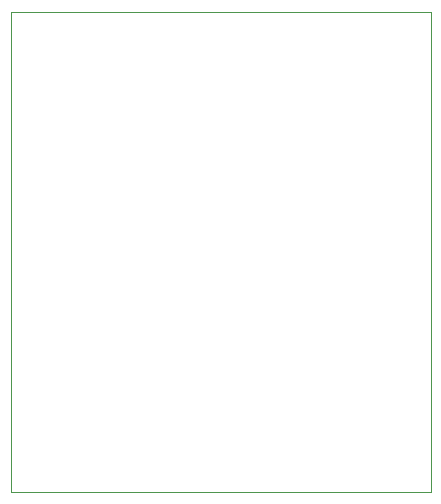
<source format=gko>
G75*
%MOIN*%
%OFA0B0*%
%FSLAX25Y25*%
%IPPOS*%
%LPD*%
%AMOC8*
5,1,8,0,0,1.08239X$1,22.5*
%
%ADD10C,0.00000*%
D10*
X0058897Y0072046D02*
X0198897Y0072046D01*
X0198897Y0232046D01*
X0058897Y0232046D01*
X0058897Y0072046D01*
M02*

</source>
